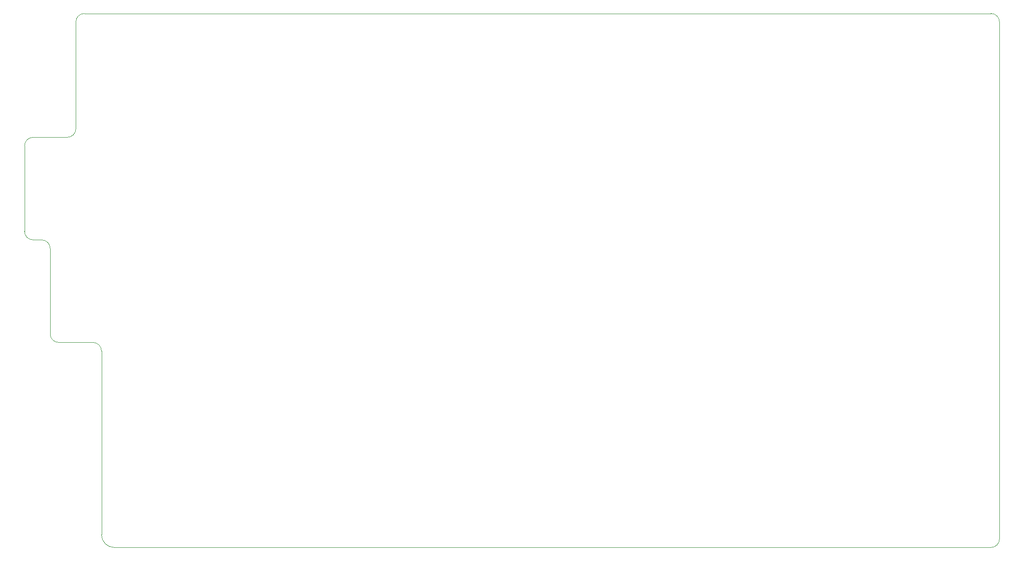
<source format=gm1>
G04 #@! TF.GenerationSoftware,KiCad,Pcbnew,(5.1.5)-3*
G04 #@! TF.CreationDate,2020-09-19T13:04:30+02:00*
G04 #@! TF.ProjectId,split65right,73706c69-7436-4357-9269-6768742e6b69,rev?*
G04 #@! TF.SameCoordinates,Original*
G04 #@! TF.FileFunction,Profile,NP*
%FSLAX46Y46*%
G04 Gerber Fmt 4.6, Leading zero omitted, Abs format (unit mm)*
G04 Created by KiCad (PCBNEW (5.1.5)-3) date 2020-09-19 13:04:30*
%MOMM*%
%LPD*%
G04 APERTURE LIST*
%ADD10C,0.050000*%
G04 APERTURE END LIST*
D10*
X215900000Y-91281250D02*
G75*
G02X217487500Y-92868750I0J-1587500D01*
G01*
X212725000Y-31750000D02*
G75*
G02X214312500Y-30162500I1587500J0D01*
G01*
X212725000Y-51593750D02*
G75*
G02X211137500Y-53181250I-1587500J0D01*
G01*
X203200000Y-54768750D02*
G75*
G02X204787500Y-53181250I1587500J0D01*
G01*
X204787500Y-72231250D02*
G75*
G02X203200000Y-70643750I0J1587500D01*
G01*
X206375000Y-72231250D02*
G75*
G02X207962500Y-73818750I0J-1587500D01*
G01*
X209550000Y-91281250D02*
G75*
G02X207962500Y-89693750I0J1587500D01*
G01*
X219868750Y-129381250D02*
G75*
G02X217487500Y-127000000I0J2381250D01*
G01*
X384175000Y-127793750D02*
G75*
G02X382587500Y-129381250I-1587500J0D01*
G01*
X382587500Y-30162500D02*
G75*
G02X384175000Y-31750000I0J-1587500D01*
G01*
X219868750Y-129381250D02*
X382587500Y-129381250D01*
X217487500Y-92868750D02*
X217487500Y-127000000D01*
X209550000Y-91281250D02*
X215900000Y-91281250D01*
X207962500Y-73818750D02*
X207962500Y-89693750D01*
X204787500Y-72231250D02*
X206375000Y-72231250D01*
X203200000Y-54768750D02*
X203200000Y-70643750D01*
X211137500Y-53181250D02*
X204787500Y-53181250D01*
X212725000Y-31750000D02*
X212725000Y-51593750D01*
X382587500Y-30162500D02*
X214312500Y-30162500D01*
X384175000Y-34131250D02*
X384175000Y-31750000D01*
X384175000Y-127793750D02*
X384175000Y-34131250D01*
M02*

</source>
